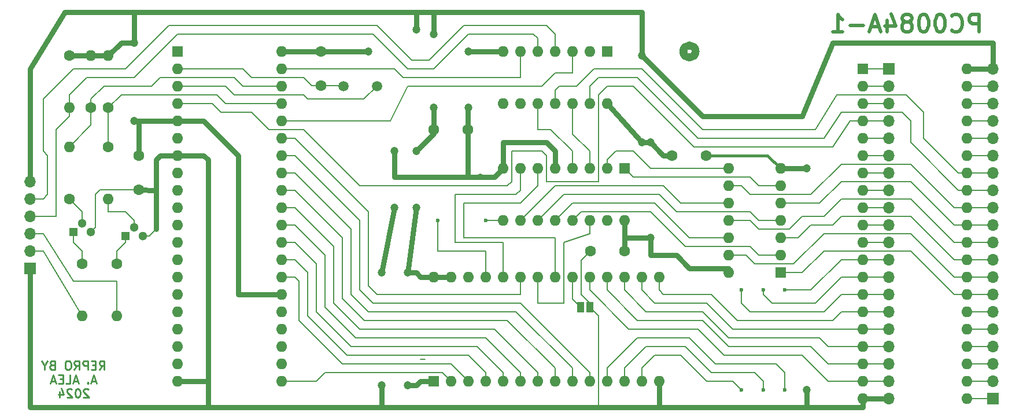
<source format=gbr>
%TF.GenerationSoftware,KiCad,Pcbnew,8.0.5+1*%
%TF.CreationDate,2024-10-09T15:07:38+02:00*%
%TF.ProjectId,QL_PC0084A_keyboard_adapter,514c5f50-4330-4303-9834-415f6b657962,0*%
%TF.SameCoordinates,Original*%
%TF.FileFunction,Copper,L2,Bot*%
%TF.FilePolarity,Positive*%
%FSLAX46Y46*%
G04 Gerber Fmt 4.6, Leading zero omitted, Abs format (unit mm)*
G04 Created by KiCad (PCBNEW 8.0.5+1) date 2024-10-09 15:07:38*
%MOMM*%
%LPD*%
G01*
G04 APERTURE LIST*
%TA.AperFunction,NonConductor*%
%ADD10C,1.200000*%
%TD*%
%ADD11C,0.250000*%
%TA.AperFunction,NonConductor*%
%ADD12C,0.250000*%
%TD*%
%ADD13C,0.508000*%
%TA.AperFunction,NonConductor*%
%ADD14C,0.508000*%
%TD*%
%TA.AperFunction,ComponentPad*%
%ADD15R,1.600000X1.600000*%
%TD*%
%TA.AperFunction,ComponentPad*%
%ADD16O,1.600000X1.600000*%
%TD*%
%TA.AperFunction,ComponentPad*%
%ADD17R,1.300000X1.300000*%
%TD*%
%TA.AperFunction,ComponentPad*%
%ADD18C,1.300000*%
%TD*%
%TA.AperFunction,ComponentPad*%
%ADD19C,1.600000*%
%TD*%
%TA.AperFunction,ComponentPad*%
%ADD20C,1.500000*%
%TD*%
%TA.AperFunction,ComponentPad*%
%ADD21R,1.700000X1.700000*%
%TD*%
%TA.AperFunction,ComponentPad*%
%ADD22O,1.700000X1.700000*%
%TD*%
%TA.AperFunction,SMDPad,CuDef*%
%ADD23R,1.000000X1.500000*%
%TD*%
%TA.AperFunction,ViaPad*%
%ADD24C,1.200000*%
%TD*%
%TA.AperFunction,ViaPad*%
%ADD25C,0.600000*%
%TD*%
%TA.AperFunction,Conductor*%
%ADD26C,0.200000*%
%TD*%
%TA.AperFunction,Conductor*%
%ADD27C,0.800000*%
%TD*%
%TA.AperFunction,Conductor*%
%ADD28C,0.400000*%
%TD*%
%ADD29C,0.350000*%
%ADD30C,0.300000*%
G04 APERTURE END LIST*
D10*
X191398026Y-78740000D02*
G75*
G02*
X189601974Y-78740000I-898026J0D01*
G01*
X189601974Y-78740000D02*
G75*
G02*
X191398026Y-78740000I898026J0D01*
G01*
D11*
D12*
X104109761Y-125282318D02*
X104533095Y-124677556D01*
X104835476Y-125282318D02*
X104835476Y-124012318D01*
X104835476Y-124012318D02*
X104351666Y-124012318D01*
X104351666Y-124012318D02*
X104230714Y-124072794D01*
X104230714Y-124072794D02*
X104170237Y-124133270D01*
X104170237Y-124133270D02*
X104109761Y-124254222D01*
X104109761Y-124254222D02*
X104109761Y-124435651D01*
X104109761Y-124435651D02*
X104170237Y-124556603D01*
X104170237Y-124556603D02*
X104230714Y-124617080D01*
X104230714Y-124617080D02*
X104351666Y-124677556D01*
X104351666Y-124677556D02*
X104835476Y-124677556D01*
X103565476Y-124617080D02*
X103142142Y-124617080D01*
X102960714Y-125282318D02*
X103565476Y-125282318D01*
X103565476Y-125282318D02*
X103565476Y-124012318D01*
X103565476Y-124012318D02*
X102960714Y-124012318D01*
X102416428Y-125282318D02*
X102416428Y-124012318D01*
X102416428Y-124012318D02*
X101932618Y-124012318D01*
X101932618Y-124012318D02*
X101811666Y-124072794D01*
X101811666Y-124072794D02*
X101751189Y-124133270D01*
X101751189Y-124133270D02*
X101690713Y-124254222D01*
X101690713Y-124254222D02*
X101690713Y-124435651D01*
X101690713Y-124435651D02*
X101751189Y-124556603D01*
X101751189Y-124556603D02*
X101811666Y-124617080D01*
X101811666Y-124617080D02*
X101932618Y-124677556D01*
X101932618Y-124677556D02*
X102416428Y-124677556D01*
X100420713Y-125282318D02*
X100844047Y-124677556D01*
X101146428Y-125282318D02*
X101146428Y-124012318D01*
X101146428Y-124012318D02*
X100662618Y-124012318D01*
X100662618Y-124012318D02*
X100541666Y-124072794D01*
X100541666Y-124072794D02*
X100481189Y-124133270D01*
X100481189Y-124133270D02*
X100420713Y-124254222D01*
X100420713Y-124254222D02*
X100420713Y-124435651D01*
X100420713Y-124435651D02*
X100481189Y-124556603D01*
X100481189Y-124556603D02*
X100541666Y-124617080D01*
X100541666Y-124617080D02*
X100662618Y-124677556D01*
X100662618Y-124677556D02*
X101146428Y-124677556D01*
X99634523Y-124012318D02*
X99392618Y-124012318D01*
X99392618Y-124012318D02*
X99271666Y-124072794D01*
X99271666Y-124072794D02*
X99150713Y-124193746D01*
X99150713Y-124193746D02*
X99090237Y-124435651D01*
X99090237Y-124435651D02*
X99090237Y-124858984D01*
X99090237Y-124858984D02*
X99150713Y-125100889D01*
X99150713Y-125100889D02*
X99271666Y-125221842D01*
X99271666Y-125221842D02*
X99392618Y-125282318D01*
X99392618Y-125282318D02*
X99634523Y-125282318D01*
X99634523Y-125282318D02*
X99755475Y-125221842D01*
X99755475Y-125221842D02*
X99876428Y-125100889D01*
X99876428Y-125100889D02*
X99936904Y-124858984D01*
X99936904Y-124858984D02*
X99936904Y-124435651D01*
X99936904Y-124435651D02*
X99876428Y-124193746D01*
X99876428Y-124193746D02*
X99755475Y-124072794D01*
X99755475Y-124072794D02*
X99634523Y-124012318D01*
X97154999Y-124617080D02*
X96973571Y-124677556D01*
X96973571Y-124677556D02*
X96913094Y-124738032D01*
X96913094Y-124738032D02*
X96852618Y-124858984D01*
X96852618Y-124858984D02*
X96852618Y-125040413D01*
X96852618Y-125040413D02*
X96913094Y-125161365D01*
X96913094Y-125161365D02*
X96973571Y-125221842D01*
X96973571Y-125221842D02*
X97094523Y-125282318D01*
X97094523Y-125282318D02*
X97578333Y-125282318D01*
X97578333Y-125282318D02*
X97578333Y-124012318D01*
X97578333Y-124012318D02*
X97154999Y-124012318D01*
X97154999Y-124012318D02*
X97034047Y-124072794D01*
X97034047Y-124072794D02*
X96973571Y-124133270D01*
X96973571Y-124133270D02*
X96913094Y-124254222D01*
X96913094Y-124254222D02*
X96913094Y-124375175D01*
X96913094Y-124375175D02*
X96973571Y-124496127D01*
X96973571Y-124496127D02*
X97034047Y-124556603D01*
X97034047Y-124556603D02*
X97154999Y-124617080D01*
X97154999Y-124617080D02*
X97578333Y-124617080D01*
X96066428Y-124677556D02*
X96066428Y-125282318D01*
X96489761Y-124012318D02*
X96066428Y-124677556D01*
X96066428Y-124677556D02*
X95643094Y-124012318D01*
X103595713Y-126964090D02*
X102990951Y-126964090D01*
X103716665Y-127326947D02*
X103293332Y-126056947D01*
X103293332Y-126056947D02*
X102869998Y-127326947D01*
X102446666Y-127205994D02*
X102386189Y-127266471D01*
X102386189Y-127266471D02*
X102446666Y-127326947D01*
X102446666Y-127326947D02*
X102507142Y-127266471D01*
X102507142Y-127266471D02*
X102446666Y-127205994D01*
X102446666Y-127205994D02*
X102446666Y-127326947D01*
X100934761Y-126964090D02*
X100329999Y-126964090D01*
X101055713Y-127326947D02*
X100632380Y-126056947D01*
X100632380Y-126056947D02*
X100209046Y-127326947D01*
X99180952Y-127326947D02*
X99785714Y-127326947D01*
X99785714Y-127326947D02*
X99785714Y-126056947D01*
X98757619Y-126661709D02*
X98334285Y-126661709D01*
X98152857Y-127326947D02*
X98757619Y-127326947D01*
X98757619Y-127326947D02*
X98757619Y-126056947D01*
X98757619Y-126056947D02*
X98152857Y-126056947D01*
X97669047Y-126964090D02*
X97064285Y-126964090D01*
X97789999Y-127326947D02*
X97366666Y-126056947D01*
X97366666Y-126056947D02*
X96943332Y-127326947D01*
X102507143Y-128222528D02*
X102446667Y-128162052D01*
X102446667Y-128162052D02*
X102325714Y-128101576D01*
X102325714Y-128101576D02*
X102023333Y-128101576D01*
X102023333Y-128101576D02*
X101902381Y-128162052D01*
X101902381Y-128162052D02*
X101841905Y-128222528D01*
X101841905Y-128222528D02*
X101781428Y-128343480D01*
X101781428Y-128343480D02*
X101781428Y-128464433D01*
X101781428Y-128464433D02*
X101841905Y-128645861D01*
X101841905Y-128645861D02*
X102567619Y-129371576D01*
X102567619Y-129371576D02*
X101781428Y-129371576D01*
X100995238Y-128101576D02*
X100874285Y-128101576D01*
X100874285Y-128101576D02*
X100753333Y-128162052D01*
X100753333Y-128162052D02*
X100692857Y-128222528D01*
X100692857Y-128222528D02*
X100632381Y-128343480D01*
X100632381Y-128343480D02*
X100571904Y-128585385D01*
X100571904Y-128585385D02*
X100571904Y-128887766D01*
X100571904Y-128887766D02*
X100632381Y-129129671D01*
X100632381Y-129129671D02*
X100692857Y-129250623D01*
X100692857Y-129250623D02*
X100753333Y-129311100D01*
X100753333Y-129311100D02*
X100874285Y-129371576D01*
X100874285Y-129371576D02*
X100995238Y-129371576D01*
X100995238Y-129371576D02*
X101116190Y-129311100D01*
X101116190Y-129311100D02*
X101176666Y-129250623D01*
X101176666Y-129250623D02*
X101237143Y-129129671D01*
X101237143Y-129129671D02*
X101297619Y-128887766D01*
X101297619Y-128887766D02*
X101297619Y-128585385D01*
X101297619Y-128585385D02*
X101237143Y-128343480D01*
X101237143Y-128343480D02*
X101176666Y-128222528D01*
X101176666Y-128222528D02*
X101116190Y-128162052D01*
X101116190Y-128162052D02*
X100995238Y-128101576D01*
X100088095Y-128222528D02*
X100027619Y-128162052D01*
X100027619Y-128162052D02*
X99906666Y-128101576D01*
X99906666Y-128101576D02*
X99604285Y-128101576D01*
X99604285Y-128101576D02*
X99483333Y-128162052D01*
X99483333Y-128162052D02*
X99422857Y-128222528D01*
X99422857Y-128222528D02*
X99362380Y-128343480D01*
X99362380Y-128343480D02*
X99362380Y-128464433D01*
X99362380Y-128464433D02*
X99422857Y-128645861D01*
X99422857Y-128645861D02*
X100148571Y-129371576D01*
X100148571Y-129371576D02*
X99362380Y-129371576D01*
X98273809Y-128524909D02*
X98273809Y-129371576D01*
X98576190Y-128041100D02*
X98878571Y-128948242D01*
X98878571Y-128948242D02*
X98092380Y-128948242D01*
D13*
D14*
X232893810Y-75862736D02*
X232893810Y-73322736D01*
X232893810Y-73322736D02*
X231926191Y-73322736D01*
X231926191Y-73322736D02*
X231684286Y-73443688D01*
X231684286Y-73443688D02*
X231563333Y-73564641D01*
X231563333Y-73564641D02*
X231442381Y-73806545D01*
X231442381Y-73806545D02*
X231442381Y-74169403D01*
X231442381Y-74169403D02*
X231563333Y-74411307D01*
X231563333Y-74411307D02*
X231684286Y-74532260D01*
X231684286Y-74532260D02*
X231926191Y-74653212D01*
X231926191Y-74653212D02*
X232893810Y-74653212D01*
X228902381Y-75620831D02*
X229023333Y-75741784D01*
X229023333Y-75741784D02*
X229386191Y-75862736D01*
X229386191Y-75862736D02*
X229628095Y-75862736D01*
X229628095Y-75862736D02*
X229990952Y-75741784D01*
X229990952Y-75741784D02*
X230232857Y-75499879D01*
X230232857Y-75499879D02*
X230353810Y-75257974D01*
X230353810Y-75257974D02*
X230474762Y-74774164D01*
X230474762Y-74774164D02*
X230474762Y-74411307D01*
X230474762Y-74411307D02*
X230353810Y-73927498D01*
X230353810Y-73927498D02*
X230232857Y-73685593D01*
X230232857Y-73685593D02*
X229990952Y-73443688D01*
X229990952Y-73443688D02*
X229628095Y-73322736D01*
X229628095Y-73322736D02*
X229386191Y-73322736D01*
X229386191Y-73322736D02*
X229023333Y-73443688D01*
X229023333Y-73443688D02*
X228902381Y-73564641D01*
X227330000Y-73322736D02*
X227088095Y-73322736D01*
X227088095Y-73322736D02*
X226846191Y-73443688D01*
X226846191Y-73443688D02*
X226725238Y-73564641D01*
X226725238Y-73564641D02*
X226604286Y-73806545D01*
X226604286Y-73806545D02*
X226483333Y-74290355D01*
X226483333Y-74290355D02*
X226483333Y-74895117D01*
X226483333Y-74895117D02*
X226604286Y-75378926D01*
X226604286Y-75378926D02*
X226725238Y-75620831D01*
X226725238Y-75620831D02*
X226846191Y-75741784D01*
X226846191Y-75741784D02*
X227088095Y-75862736D01*
X227088095Y-75862736D02*
X227330000Y-75862736D01*
X227330000Y-75862736D02*
X227571905Y-75741784D01*
X227571905Y-75741784D02*
X227692857Y-75620831D01*
X227692857Y-75620831D02*
X227813810Y-75378926D01*
X227813810Y-75378926D02*
X227934762Y-74895117D01*
X227934762Y-74895117D02*
X227934762Y-74290355D01*
X227934762Y-74290355D02*
X227813810Y-73806545D01*
X227813810Y-73806545D02*
X227692857Y-73564641D01*
X227692857Y-73564641D02*
X227571905Y-73443688D01*
X227571905Y-73443688D02*
X227330000Y-73322736D01*
X224910952Y-73322736D02*
X224669047Y-73322736D01*
X224669047Y-73322736D02*
X224427143Y-73443688D01*
X224427143Y-73443688D02*
X224306190Y-73564641D01*
X224306190Y-73564641D02*
X224185238Y-73806545D01*
X224185238Y-73806545D02*
X224064285Y-74290355D01*
X224064285Y-74290355D02*
X224064285Y-74895117D01*
X224064285Y-74895117D02*
X224185238Y-75378926D01*
X224185238Y-75378926D02*
X224306190Y-75620831D01*
X224306190Y-75620831D02*
X224427143Y-75741784D01*
X224427143Y-75741784D02*
X224669047Y-75862736D01*
X224669047Y-75862736D02*
X224910952Y-75862736D01*
X224910952Y-75862736D02*
X225152857Y-75741784D01*
X225152857Y-75741784D02*
X225273809Y-75620831D01*
X225273809Y-75620831D02*
X225394762Y-75378926D01*
X225394762Y-75378926D02*
X225515714Y-74895117D01*
X225515714Y-74895117D02*
X225515714Y-74290355D01*
X225515714Y-74290355D02*
X225394762Y-73806545D01*
X225394762Y-73806545D02*
X225273809Y-73564641D01*
X225273809Y-73564641D02*
X225152857Y-73443688D01*
X225152857Y-73443688D02*
X224910952Y-73322736D01*
X222612856Y-74411307D02*
X222854761Y-74290355D01*
X222854761Y-74290355D02*
X222975714Y-74169403D01*
X222975714Y-74169403D02*
X223096666Y-73927498D01*
X223096666Y-73927498D02*
X223096666Y-73806545D01*
X223096666Y-73806545D02*
X222975714Y-73564641D01*
X222975714Y-73564641D02*
X222854761Y-73443688D01*
X222854761Y-73443688D02*
X222612856Y-73322736D01*
X222612856Y-73322736D02*
X222129047Y-73322736D01*
X222129047Y-73322736D02*
X221887142Y-73443688D01*
X221887142Y-73443688D02*
X221766190Y-73564641D01*
X221766190Y-73564641D02*
X221645237Y-73806545D01*
X221645237Y-73806545D02*
X221645237Y-73927498D01*
X221645237Y-73927498D02*
X221766190Y-74169403D01*
X221766190Y-74169403D02*
X221887142Y-74290355D01*
X221887142Y-74290355D02*
X222129047Y-74411307D01*
X222129047Y-74411307D02*
X222612856Y-74411307D01*
X222612856Y-74411307D02*
X222854761Y-74532260D01*
X222854761Y-74532260D02*
X222975714Y-74653212D01*
X222975714Y-74653212D02*
X223096666Y-74895117D01*
X223096666Y-74895117D02*
X223096666Y-75378926D01*
X223096666Y-75378926D02*
X222975714Y-75620831D01*
X222975714Y-75620831D02*
X222854761Y-75741784D01*
X222854761Y-75741784D02*
X222612856Y-75862736D01*
X222612856Y-75862736D02*
X222129047Y-75862736D01*
X222129047Y-75862736D02*
X221887142Y-75741784D01*
X221887142Y-75741784D02*
X221766190Y-75620831D01*
X221766190Y-75620831D02*
X221645237Y-75378926D01*
X221645237Y-75378926D02*
X221645237Y-74895117D01*
X221645237Y-74895117D02*
X221766190Y-74653212D01*
X221766190Y-74653212D02*
X221887142Y-74532260D01*
X221887142Y-74532260D02*
X222129047Y-74411307D01*
X219468094Y-74169403D02*
X219468094Y-75862736D01*
X220072856Y-73201784D02*
X220677618Y-75016069D01*
X220677618Y-75016069D02*
X219105237Y-75016069D01*
X218258570Y-75137022D02*
X217049046Y-75137022D01*
X218500475Y-75862736D02*
X217653808Y-73322736D01*
X217653808Y-73322736D02*
X216807141Y-75862736D01*
X215960475Y-74895117D02*
X214025237Y-74895117D01*
X211485236Y-75862736D02*
X212936665Y-75862736D01*
X212210951Y-75862736D02*
X212210951Y-73322736D01*
X212210951Y-73322736D02*
X212452855Y-73685593D01*
X212452855Y-73685593D02*
X212694760Y-73927498D01*
X212694760Y-73927498D02*
X212936665Y-74048450D01*
D15*
%TO.P,U2,1,T0*%
%TO.N,unconnected-(U2-T0-Pad1)*%
X115570000Y-78740000D03*
D16*
%TO.P,U2,2,X1*%
%TO.N,Net-(U2-X1)*%
X115570000Y-81280000D03*
%TO.P,U2,3,X2*%
%TO.N,Net-(U2-X2)*%
X115570000Y-83820000D03*
%TO.P,U2,4,~{RESET}*%
%TO.N,/RESET*%
X115570000Y-86360000D03*
%TO.P,U2,5,~{SS}*%
%TO.N,+5V*%
X115570000Y-88900000D03*
%TO.P,U2,6,~{INT}*%
%TO.N,unconnected-(U2-~{INT}-Pad6)*%
X115570000Y-91440000D03*
%TO.P,U2,7,EA*%
%TO.N,GND*%
X115570000Y-93980000D03*
%TO.P,U2,8,~{RD}*%
%TO.N,unconnected-(U2-~{RD}-Pad8)*%
X115570000Y-96520000D03*
%TO.P,U2,9,~{PSEN}*%
%TO.N,unconnected-(U2-~{PSEN}-Pad9)*%
X115570000Y-99060000D03*
%TO.P,U2,10,~{WR}*%
%TO.N,unconnected-(U2-~{WR}-Pad10)*%
X115570000Y-101600000D03*
%TO.P,U2,11,ALE*%
%TO.N,unconnected-(U2-ALE-Pad11)*%
X115570000Y-104140000D03*
%TO.P,U2,12,DB.0*%
%TO.N,unconnected-(U2-DB.0-Pad12)*%
X115570000Y-106680000D03*
%TO.P,U2,13,DB.1*%
%TO.N,unconnected-(U2-DB.1-Pad13)*%
X115570000Y-109220000D03*
%TO.P,U2,14,DB.2*%
%TO.N,unconnected-(U2-DB.2-Pad14)*%
X115570000Y-111760000D03*
%TO.P,U2,15,DB.3*%
%TO.N,unconnected-(U2-DB.3-Pad15)*%
X115570000Y-114300000D03*
%TO.P,U2,16,DB.4*%
%TO.N,unconnected-(U2-DB.4-Pad16)*%
X115570000Y-116840000D03*
%TO.P,U2,17,DB.5*%
%TO.N,unconnected-(U2-DB.5-Pad17)*%
X115570000Y-119380000D03*
%TO.P,U2,18,DB.6*%
%TO.N,unconnected-(U2-DB.6-Pad18)*%
X115570000Y-121920000D03*
%TO.P,U2,19,DB.7*%
%TO.N,unconnected-(U2-DB.7-Pad19)*%
X115570000Y-124460000D03*
%TO.P,U2,20,GND*%
%TO.N,GND*%
X115570000Y-127000000D03*
%TO.P,U2,21,P2.0*%
%TO.N,/R_A12*%
X130810000Y-127000000D03*
%TO.P,U2,22,P2.1*%
%TO.N,/ROM_CE*%
X130810000Y-124460000D03*
%TO.P,U2,23,P2.2*%
%TO.N,unconnected-(U2-P2.2-Pad23)*%
X130810000Y-121920000D03*
%TO.P,U2,24,P2.3*%
%TO.N,unconnected-(U2-P2.3-Pad24)*%
X130810000Y-119380000D03*
%TO.P,U2,25,PROG*%
%TO.N,unconnected-(U2-PROG-Pad25)*%
X130810000Y-116840000D03*
%TO.P,U2,26,Vpp/VDD*%
%TO.N,+5V*%
X130810000Y-114300000D03*
%TO.P,U2,27,P1.0*%
%TO.N,/R_A7*%
X130810000Y-111760000D03*
%TO.P,U2,28,P1.1*%
%TO.N,/R_A6*%
X130810000Y-109220000D03*
%TO.P,U2,29,P1.2*%
%TO.N,/R_A5*%
X130810000Y-106680000D03*
%TO.P,U2,30,P1.3*%
%TO.N,/R_A4*%
X130810000Y-104140000D03*
%TO.P,U2,31,P1.4*%
%TO.N,/R_A3*%
X130810000Y-101600000D03*
%TO.P,U2,32,P1.5*%
%TO.N,/R_A2*%
X130810000Y-99060000D03*
%TO.P,U2,33,P1.6*%
%TO.N,/R_A1*%
X130810000Y-96520000D03*
%TO.P,U2,34,P1.7*%
%TO.N,/R_A0*%
X130810000Y-93980000D03*
%TO.P,U2,35,P2.4*%
%TO.N,/R_A11*%
X130810000Y-91440000D03*
%TO.P,U2,36,P2.5*%
%TO.N,Net-(U2-P2.5)*%
X130810000Y-88900000D03*
%TO.P,U2,37,P2.6*%
%TO.N,Net-(U2-P2.6)*%
X130810000Y-86360000D03*
%TO.P,U2,38,P2.7*%
%TO.N,Net-(U2-P2.7)*%
X130810000Y-83820000D03*
%TO.P,U2,39,T1*%
%TO.N,Net-(U2-T1)*%
X130810000Y-81280000D03*
%TO.P,U2,40,VCC*%
%TO.N,+5V*%
X130810000Y-78740000D03*
%TD*%
D15*
%TO.P,U8,1*%
%TO.N,unconnected-(U8-Pad1)*%
X178440000Y-78750000D03*
D16*
%TO.P,U8,2*%
%TO.N,unconnected-(U8-Pad2)*%
X175900000Y-78750000D03*
%TO.P,U8,3*%
%TO.N,Net-(U2-P2.5)*%
X173360000Y-78750000D03*
%TO.P,U8,4*%
%TO.N,Net-(J3-Pin_5)*%
X170820000Y-78750000D03*
%TO.P,U8,5*%
%TO.N,Net-(J3-Pin_4)*%
X168280000Y-78750000D03*
%TO.P,U8,6*%
%TO.N,Net-(U2-T1)*%
X165740000Y-78750000D03*
%TO.P,U8,7,GND*%
%TO.N,GND*%
X163200000Y-78750000D03*
%TO.P,U8,8*%
%TO.N,unconnected-(U8-Pad8)*%
X163200000Y-86370000D03*
%TO.P,U8,9*%
%TO.N,unconnected-(U8-Pad9)*%
X165740000Y-86370000D03*
%TO.P,U8,10*%
%TO.N,Net-(U6-I7)*%
X168280000Y-86370000D03*
%TO.P,U8,11*%
%TO.N,/KBO07*%
X170820000Y-86370000D03*
%TO.P,U8,12*%
%TO.N,Net-(U6-I6)*%
X173360000Y-86370000D03*
%TO.P,U8,13*%
%TO.N,/KBO06*%
X175900000Y-86370000D03*
%TO.P,U8,14,VCC*%
%TO.N,+5V*%
X178440000Y-86370000D03*
%TD*%
D15*
%TO.P,U1,1,T0*%
%TO.N,Net-(J1-Pin_1)*%
X215900000Y-81280000D03*
D16*
%TO.P,U1,2,X1*%
%TO.N,Net-(J1-Pin_2)*%
X215900000Y-83820000D03*
%TO.P,U1,3,X2*%
%TO.N,Net-(J1-Pin_3)*%
X215900000Y-86360000D03*
%TO.P,U1,4,~{RESET}*%
%TO.N,/RESET*%
X215900000Y-88900000D03*
%TO.P,U1,5,~{SS}*%
%TO.N,Net-(J1-Pin_5)*%
X215900000Y-91440000D03*
%TO.P,U1,6,~{INT}*%
%TO.N,Net-(J1-Pin_6)*%
X215900000Y-93980000D03*
%TO.P,U1,7,EA*%
%TO.N,Net-(J1-Pin_7)*%
X215900000Y-96520000D03*
%TO.P,U1,8,~{RD}*%
%TO.N,Net-(J1-Pin_8)*%
X215900000Y-99060000D03*
%TO.P,U1,9,~{PSEN}*%
%TO.N,Net-(J1-Pin_9)*%
X215900000Y-101600000D03*
%TO.P,U1,10,~{WR}*%
%TO.N,Net-(J1-Pin_10)*%
X215900000Y-104140000D03*
%TO.P,U1,11,ALE*%
%TO.N,Net-(J1-Pin_11)*%
X215900000Y-106680000D03*
%TO.P,U1,12,DB.0*%
%TO.N,/KBI00*%
X215900000Y-109220000D03*
%TO.P,U1,13,DB.1*%
%TO.N,/KBI01*%
X215900000Y-111760000D03*
%TO.P,U1,14,DB.2*%
%TO.N,/KBI02*%
X215900000Y-114300000D03*
%TO.P,U1,15,DB.3*%
%TO.N,/KBI03*%
X215900000Y-116840000D03*
%TO.P,U1,16,DB.4*%
%TO.N,/KBI04*%
X215900000Y-119380000D03*
%TO.P,U1,17,DB.5*%
%TO.N,/KBI05*%
X215900000Y-121920000D03*
%TO.P,U1,18,DB.6*%
%TO.N,/KBI06*%
X215900000Y-124460000D03*
%TO.P,U1,19,DB.7*%
%TO.N,/KBI07*%
X215900000Y-127000000D03*
%TO.P,U1,20,GND*%
%TO.N,GND*%
X215900000Y-129540000D03*
%TO.P,U1,21,P2.0*%
%TO.N,Net-(J2-Pin_1)*%
X231140000Y-129540000D03*
%TO.P,U1,22,P2.1*%
%TO.N,Net-(J2-Pin_2)*%
X231140000Y-127000000D03*
%TO.P,U1,23,P2.2*%
%TO.N,Net-(J2-Pin_3)*%
X231140000Y-124460000D03*
%TO.P,U1,24,P2.3*%
%TO.N,Net-(J2-Pin_4)*%
X231140000Y-121920000D03*
%TO.P,U1,25,PROG*%
%TO.N,Net-(J2-Pin_5)*%
X231140000Y-119380000D03*
%TO.P,U1,26,Vpp/VDD*%
%TO.N,Net-(J2-Pin_6)*%
X231140000Y-116840000D03*
%TO.P,U1,27,P1.0*%
%TO.N,/KBO00*%
X231140000Y-114300000D03*
%TO.P,U1,28,P1.1*%
%TO.N,/KBO01*%
X231140000Y-111760000D03*
%TO.P,U1,29,P1.2*%
%TO.N,/KBO02*%
X231140000Y-109220000D03*
%TO.P,U1,30,P1.3*%
%TO.N,/KBO03*%
X231140000Y-106680000D03*
%TO.P,U1,31,P1.4*%
%TO.N,/KBO04*%
X231140000Y-104140000D03*
%TO.P,U1,32,P1.5*%
%TO.N,/KBO05*%
X231140000Y-101600000D03*
%TO.P,U1,33,P1.6*%
%TO.N,/KBO06*%
X231140000Y-99060000D03*
%TO.P,U1,34,P1.7*%
%TO.N,/KBO07*%
X231140000Y-96520000D03*
%TO.P,U1,35,P2.4*%
%TO.N,Net-(J2-Pin_15)*%
X231140000Y-93980000D03*
%TO.P,U1,36,P2.5*%
%TO.N,Net-(J2-Pin_16)*%
X231140000Y-91440000D03*
%TO.P,U1,37,P2.6*%
%TO.N,Net-(J2-Pin_17)*%
X231140000Y-88900000D03*
%TO.P,U1,38,P2.7*%
%TO.N,Net-(J2-Pin_18)*%
X231140000Y-86360000D03*
%TO.P,U1,39,T1*%
%TO.N,Net-(J2-Pin_19)*%
X231140000Y-83820000D03*
%TO.P,U1,40,VCC*%
%TO.N,+5V*%
X231140000Y-81280000D03*
%TD*%
D17*
%TO.P,Q2,1,B*%
%TO.N,Net-(Q2-B)*%
X107950000Y-105770000D03*
D18*
%TO.P,Q2,2,C*%
%TO.N,Net-(Q2-C)*%
X109220000Y-104500000D03*
%TO.P,Q2,3,E*%
%TO.N,GND*%
X110490000Y-105770000D03*
%TD*%
D19*
%TO.P,R5,1*%
%TO.N,Net-(U2-P2.6)*%
X105410000Y-86995000D03*
D16*
%TO.P,R5,2*%
%TO.N,+5V*%
X105410000Y-79375000D03*
%TD*%
D19*
%TO.P,C2,1*%
%TO.N,Net-(U2-X1)*%
X136525000Y-83780000D03*
%TO.P,C2,2*%
%TO.N,+5V*%
X136525000Y-78780000D03*
%TD*%
D17*
%TO.P,Q1,1,B*%
%TO.N,Net-(Q1-B)*%
X100330000Y-105135000D03*
D18*
%TO.P,Q1,2,C*%
%TO.N,Net-(Q1-C)*%
X101600000Y-103865000D03*
%TO.P,Q1,3,E*%
%TO.N,GND*%
X102870000Y-105135000D03*
%TD*%
D15*
%TO.P,U6,1,I4*%
%TO.N,Net-(U6-I4)*%
X180975000Y-95885000D03*
D16*
%TO.P,U6,2,I5*%
%TO.N,Net-(U6-I5)*%
X178435000Y-95885000D03*
%TO.P,U6,3,I6*%
%TO.N,Net-(U6-I6)*%
X175895000Y-95885000D03*
%TO.P,U6,4,I7*%
%TO.N,Net-(U6-I7)*%
X173355000Y-95885000D03*
%TO.P,U6,5,EI*%
%TO.N,GND*%
X170815000Y-95885000D03*
%TO.P,U6,6,S2*%
%TO.N,/R_A10*%
X168275000Y-95885000D03*
%TO.P,U6,7,S1*%
%TO.N,/R_A9*%
X165735000Y-95885000D03*
%TO.P,U6,8,GND*%
%TO.N,GND*%
X163195000Y-95885000D03*
%TO.P,U6,9,S0*%
%TO.N,/R_A8*%
X163195000Y-103505000D03*
%TO.P,U6,10,IO*%
%TO.N,Net-(U6-IO)*%
X165735000Y-103505000D03*
%TO.P,U6,11,I1*%
%TO.N,Net-(U6-I1)*%
X168275000Y-103505000D03*
%TO.P,U6,12,I2*%
%TO.N,Net-(U6-I2)*%
X170815000Y-103505000D03*
%TO.P,U6,13,I3*%
%TO.N,Net-(U6-I3)*%
X173355000Y-103505000D03*
%TO.P,U6,14,GS*%
%TO.N,/ROM_OE*%
X175895000Y-103505000D03*
%TO.P,U6,15,EO*%
%TO.N,unconnected-(U6-EO-Pad15)*%
X178435000Y-103505000D03*
%TO.P,U6,16,VCC*%
%TO.N,+5V*%
X180975000Y-103505000D03*
%TD*%
D19*
%TO.P,C5,1*%
%TO.N,GND*%
X109855000Y-98980000D03*
%TO.P,C5,2*%
%TO.N,+5V*%
X109855000Y-93980000D03*
%TD*%
%TO.P,C4,1*%
%TO.N,+5V*%
X153075000Y-90170000D03*
%TO.P,C4,2*%
%TO.N,GND*%
X158075000Y-90170000D03*
%TD*%
%TO.P,C1,1*%
%TO.N,+5V*%
X187960000Y-93980000D03*
%TO.P,C1,2*%
%TO.N,GND*%
X192960000Y-93980000D03*
%TD*%
%TO.P,R7,1*%
%TO.N,Net-(U2-P2.6)*%
X105410000Y-92710000D03*
D16*
%TO.P,R7,2*%
%TO.N,Net-(Q2-C)*%
X105410000Y-100330000D03*
%TD*%
D19*
%TO.P,C3,1*%
%TO.N,+5V*%
X180975000Y-107950000D03*
%TO.P,C3,2*%
%TO.N,GND*%
X175975000Y-107950000D03*
%TD*%
D20*
%TO.P,Y1,1,1*%
%TO.N,Net-(U2-X1)*%
X139880000Y-83790000D03*
%TO.P,Y1,2,2*%
%TO.N,Net-(U2-X2)*%
X144780000Y-83790000D03*
%TD*%
D19*
%TO.P,R4,1*%
%TO.N,Net-(U2-P2.7)*%
X102870000Y-86995000D03*
D16*
%TO.P,R4,2*%
%TO.N,+5V*%
X102870000Y-79375000D03*
%TD*%
D19*
%TO.P,R1,1*%
%TO.N,Net-(Q2-B)*%
X106680000Y-109855000D03*
D16*
%TO.P,R1,2*%
%TO.N,Net-(J3-Pin_3)*%
X106680000Y-117475000D03*
%TD*%
D19*
%TO.P,R2,1*%
%TO.N,Net-(Q1-B)*%
X101600000Y-109855000D03*
D16*
%TO.P,R2,2*%
%TO.N,Net-(J3-Pin_2)*%
X101600000Y-117475000D03*
%TD*%
D19*
%TO.P,R6,1*%
%TO.N,Net-(Q1-C)*%
X99695000Y-100330000D03*
D16*
%TO.P,R6,2*%
%TO.N,Net-(U2-P2.7)*%
X99695000Y-92710000D03*
%TD*%
D15*
%TO.P,U7,1*%
%TO.N,/KBO00*%
X203825000Y-111125000D03*
D16*
%TO.P,U7,2*%
%TO.N,Net-(U6-I3)*%
X203825000Y-108585000D03*
%TO.P,U7,3*%
%TO.N,/KBO02*%
X203825000Y-106045000D03*
%TO.P,U7,4*%
%TO.N,Net-(U6-I1)*%
X203825000Y-103505000D03*
%TO.P,U7,5*%
%TO.N,/KBO04*%
X203825000Y-100965000D03*
%TO.P,U7,6*%
%TO.N,Net-(U6-I4)*%
X203825000Y-98425000D03*
%TO.P,U7,7,GND*%
%TO.N,GND*%
X203825000Y-95885000D03*
%TO.P,U7,8*%
%TO.N,Net-(U6-I5)*%
X196205000Y-95885000D03*
%TO.P,U7,9*%
%TO.N,/KBO05*%
X196205000Y-98425000D03*
%TO.P,U7,10*%
%TO.N,Net-(U6-IO)*%
X196205000Y-100965000D03*
%TO.P,U7,11*%
%TO.N,/KBO03*%
X196205000Y-103505000D03*
%TO.P,U7,12*%
%TO.N,Net-(U6-I2)*%
X196205000Y-106045000D03*
%TO.P,U7,13*%
%TO.N,/KBO01*%
X196205000Y-108585000D03*
%TO.P,U7,14,VCC*%
%TO.N,+5V*%
X196205000Y-111125000D03*
%TD*%
D19*
%TO.P,R3,1*%
%TO.N,+5V*%
X99695000Y-79375000D03*
D16*
%TO.P,R3,2*%
%TO.N,Net-(J3-Pin_4)*%
X99695000Y-86995000D03*
%TD*%
D15*
%TO.P,U3,1,VPP*%
%TO.N,+5V*%
X153035000Y-127000000D03*
D16*
%TO.P,U3,2,A12*%
%TO.N,/R_A12*%
X155575000Y-127000000D03*
%TO.P,U3,3,A7*%
%TO.N,/R_A7*%
X158115000Y-127000000D03*
%TO.P,U3,4,A6*%
%TO.N,/R_A6*%
X160655000Y-127000000D03*
%TO.P,U3,5,A5*%
%TO.N,/R_A5*%
X163195000Y-127000000D03*
%TO.P,U3,6,A4*%
%TO.N,/R_A4*%
X165735000Y-127000000D03*
%TO.P,U3,7,A3*%
%TO.N,/R_A3*%
X168275000Y-127000000D03*
%TO.P,U3,8,A2*%
%TO.N,/R_A2*%
X170815000Y-127000000D03*
%TO.P,U3,9,A1*%
%TO.N,/R_A1*%
X173355000Y-127000000D03*
%TO.P,U3,10,A0*%
%TO.N,/R_A0*%
X175895000Y-127000000D03*
%TO.P,U3,11,D0*%
%TO.N,/KBI00*%
X178435000Y-127000000D03*
%TO.P,U3,12,D1*%
%TO.N,/KBI01*%
X180975000Y-127000000D03*
%TO.P,U3,13,D2*%
%TO.N,/KBI02*%
X183515000Y-127000000D03*
%TO.P,U3,14,GND*%
%TO.N,GND*%
X186055000Y-127000000D03*
%TO.P,U3,15,D3*%
%TO.N,/KBI03*%
X186055000Y-111760000D03*
%TO.P,U3,16,D4*%
%TO.N,/KBI04*%
X183515000Y-111760000D03*
%TO.P,U3,17,D5*%
%TO.N,/KBI05*%
X180975000Y-111760000D03*
%TO.P,U3,18,D6*%
%TO.N,/KBI06*%
X178435000Y-111760000D03*
%TO.P,U3,19,D7*%
%TO.N,/KBI07*%
X175895000Y-111760000D03*
%TO.P,U3,20,~{CE}*%
%TO.N,Net-(JP1-A)*%
X173355000Y-111760000D03*
%TO.P,U3,21,A10*%
%TO.N,/R_A10*%
X170815000Y-111760000D03*
%TO.P,U3,22,~{OE}*%
%TO.N,/ROM_OE*%
X168275000Y-111760000D03*
%TO.P,U3,23,A11*%
%TO.N,/R_A11*%
X165735000Y-111760000D03*
%TO.P,U3,24,A9*%
%TO.N,/R_A9*%
X163195000Y-111760000D03*
%TO.P,U3,25,A8*%
%TO.N,/R_A8*%
X160655000Y-111760000D03*
%TO.P,U3,26,NC*%
%TO.N,unconnected-(U3-NC-Pad26)*%
X158115000Y-111760000D03*
%TO.P,U3,27,~{PGM}*%
%TO.N,+5V*%
X155575000Y-111760000D03*
%TO.P,U3,28,VCC*%
X153035000Y-111760000D03*
%TD*%
D21*
%TO.P,J3,1,Pin_1*%
%TO.N,GND*%
X93980000Y-110490000D03*
D22*
%TO.P,J3,2,Pin_2*%
%TO.N,Net-(J3-Pin_2)*%
X93980000Y-107950000D03*
%TO.P,J3,3,Pin_3*%
%TO.N,Net-(J3-Pin_3)*%
X93980000Y-105410000D03*
%TO.P,J3,4,Pin_4*%
%TO.N,Net-(J3-Pin_4)*%
X93980000Y-102870000D03*
%TO.P,J3,5,Pin_5*%
%TO.N,Net-(J3-Pin_5)*%
X93980000Y-100330000D03*
%TO.P,J3,6,Pin_6*%
%TO.N,+5V*%
X93980000Y-97790000D03*
%TD*%
D21*
%TO.P,J2,1,Pin_1*%
%TO.N,Net-(J2-Pin_1)*%
X234950000Y-129540000D03*
D22*
%TO.P,J2,2,Pin_2*%
%TO.N,Net-(J2-Pin_2)*%
X234950000Y-127000000D03*
%TO.P,J2,3,Pin_3*%
%TO.N,Net-(J2-Pin_3)*%
X234950000Y-124460000D03*
%TO.P,J2,4,Pin_4*%
%TO.N,Net-(J2-Pin_4)*%
X234950000Y-121920000D03*
%TO.P,J2,5,Pin_5*%
%TO.N,Net-(J2-Pin_5)*%
X234950000Y-119380000D03*
%TO.P,J2,6,Pin_6*%
%TO.N,Net-(J2-Pin_6)*%
X234950000Y-116840000D03*
%TO.P,J2,7,Pin_7*%
%TO.N,/KBO00*%
X234950000Y-114300000D03*
%TO.P,J2,8,Pin_8*%
%TO.N,/KBO01*%
X234950000Y-111760000D03*
%TO.P,J2,9,Pin_9*%
%TO.N,/KBO02*%
X234950000Y-109220000D03*
%TO.P,J2,10,Pin_10*%
%TO.N,/KBO03*%
X234950000Y-106680000D03*
%TO.P,J2,11,Pin_11*%
%TO.N,/KBO04*%
X234950000Y-104140000D03*
%TO.P,J2,12,Pin_12*%
%TO.N,/KBO05*%
X234950000Y-101600000D03*
%TO.P,J2,13,Pin_13*%
%TO.N,/KBO06*%
X234950000Y-99060000D03*
%TO.P,J2,14,Pin_14*%
%TO.N,/KBO07*%
X234950000Y-96520000D03*
%TO.P,J2,15,Pin_15*%
%TO.N,Net-(J2-Pin_15)*%
X234950000Y-93980000D03*
%TO.P,J2,16,Pin_16*%
%TO.N,Net-(J2-Pin_16)*%
X234950000Y-91440000D03*
%TO.P,J2,17,Pin_17*%
%TO.N,Net-(J2-Pin_17)*%
X234950000Y-88900000D03*
%TO.P,J2,18,Pin_18*%
%TO.N,Net-(J2-Pin_18)*%
X234950000Y-86360000D03*
%TO.P,J2,19,Pin_19*%
%TO.N,Net-(J2-Pin_19)*%
X234950000Y-83820000D03*
%TO.P,J2,20,Pin_20*%
%TO.N,+5V*%
X234950000Y-81280000D03*
%TD*%
D23*
%TO.P,JP2,2,B*%
%TO.N,Net-(JP1-A)*%
X174610000Y-116205000D03*
%TO.P,JP2,1,A*%
%TO.N,GND*%
X175910000Y-116205000D03*
%TD*%
D21*
%TO.P,J1,1,Pin_1*%
%TO.N,Net-(J1-Pin_1)*%
X219710000Y-81280000D03*
D22*
%TO.P,J1,2,Pin_2*%
%TO.N,Net-(J1-Pin_2)*%
X219710000Y-83820000D03*
%TO.P,J1,3,Pin_3*%
%TO.N,Net-(J1-Pin_3)*%
X219710000Y-86360000D03*
%TO.P,J1,4,Pin_4*%
%TO.N,/RESET*%
X219710000Y-88900000D03*
%TO.P,J1,5,Pin_5*%
%TO.N,Net-(J1-Pin_5)*%
X219710000Y-91440000D03*
%TO.P,J1,6,Pin_6*%
%TO.N,Net-(J1-Pin_6)*%
X219710000Y-93980000D03*
%TO.P,J1,7,Pin_7*%
%TO.N,Net-(J1-Pin_7)*%
X219710000Y-96520000D03*
%TO.P,J1,8,Pin_8*%
%TO.N,Net-(J1-Pin_8)*%
X219710000Y-99060000D03*
%TO.P,J1,9,Pin_9*%
%TO.N,Net-(J1-Pin_9)*%
X219710000Y-101600000D03*
%TO.P,J1,10,Pin_10*%
%TO.N,Net-(J1-Pin_10)*%
X219710000Y-104140000D03*
%TO.P,J1,11,Pin_11*%
%TO.N,Net-(J1-Pin_11)*%
X219710000Y-106680000D03*
%TO.P,J1,12,Pin_12*%
%TO.N,/KBI00*%
X219710000Y-109220000D03*
%TO.P,J1,13,Pin_13*%
%TO.N,/KBI01*%
X219710000Y-111760000D03*
%TO.P,J1,14,Pin_14*%
%TO.N,/KBI02*%
X219710000Y-114300000D03*
%TO.P,J1,15,Pin_15*%
%TO.N,/KBI03*%
X219710000Y-116840000D03*
%TO.P,J1,16,Pin_16*%
%TO.N,/KBI04*%
X219710000Y-119380000D03*
%TO.P,J1,17,Pin_17*%
%TO.N,/KBI05*%
X219710000Y-121920000D03*
%TO.P,J1,18,Pin_18*%
%TO.N,/KBI06*%
X219710000Y-124460000D03*
%TO.P,J1,19,Pin_19*%
%TO.N,/KBI07*%
X219710000Y-127000000D03*
%TO.P,J1,20,Pin_20*%
%TO.N,GND*%
X219710000Y-129540000D03*
%TD*%
D24*
%TO.N,GND*%
X145415000Y-111125000D03*
X145415000Y-127635000D03*
X207645000Y-128270000D03*
X147320000Y-93345000D03*
X158115000Y-78740000D03*
X207645000Y-95885000D03*
X147320000Y-101600000D03*
X158115000Y-86995000D03*
%TO.N,+5V*%
X183515000Y-92075000D03*
X109220000Y-77470000D03*
X184785000Y-106045000D03*
X150495000Y-93345000D03*
X183515000Y-79375000D03*
X150495000Y-101600000D03*
X153035000Y-76200000D03*
X153035000Y-86995000D03*
X184785000Y-92075000D03*
X150495000Y-75565000D03*
X109220000Y-88900000D03*
X143510000Y-78740000D03*
X149225000Y-127635000D03*
X149225000Y-111125000D03*
D25*
%TO.N,/KBI01*%
X201295000Y-113665000D03*
X201295000Y-128270000D03*
X201295000Y-128270000D03*
%TO.N,/KBI02*%
X198120000Y-113665000D03*
X198120000Y-128270000D03*
X198120000Y-128270000D03*
%TO.N,/KBI00*%
X204470000Y-113665000D03*
X204470000Y-128270000D03*
%TO.N,/R_A8*%
X153670000Y-103505000D03*
X160655000Y-103505000D03*
%TD*%
D26*
%TO.N,Net-(JP1-A)*%
X173355000Y-111760000D02*
X173355000Y-114950000D01*
X173355000Y-114950000D02*
X174610000Y-116205000D01*
%TO.N,GND*%
X175910000Y-116205000D02*
X177165000Y-117460000D01*
X177165000Y-117460000D02*
X177165000Y-130810000D01*
X175975000Y-107950000D02*
X174625000Y-109300000D01*
X174625000Y-109300000D02*
X174625000Y-114300000D01*
X174625000Y-114300000D02*
X175910000Y-115585000D01*
%TO.N,*%
X151765000Y-123825000D02*
X151130000Y-123825000D01*
D27*
%TO.N,GND*%
X170815000Y-93345000D02*
X170815000Y-95885000D01*
X215900000Y-130810000D02*
X215900000Y-129540000D01*
X112395000Y-99060000D02*
X109855000Y-98980000D01*
X145415000Y-111125000D02*
X147320000Y-101600000D01*
X120015000Y-94615000D02*
X119380000Y-93980000D01*
X158115000Y-97155000D02*
X147320000Y-97155000D01*
X145415000Y-130810000D02*
X145415000Y-127635000D01*
X219710000Y-129540000D02*
X215900000Y-129540000D01*
X119380000Y-93980000D02*
X115570000Y-93980000D01*
X160020000Y-97155000D02*
X161925000Y-97155000D01*
X120015000Y-127000000D02*
X120015000Y-94615000D01*
X120015000Y-130810000D02*
X120015000Y-127000000D01*
X158115000Y-87122000D02*
X158075000Y-87162000D01*
X163195000Y-95885000D02*
X163195000Y-92075000D01*
X93980000Y-110490000D02*
X93980000Y-130810000D01*
X163195000Y-78740000D02*
X158115000Y-78740000D01*
D26*
X111400000Y-105770000D02*
X112395000Y-104775000D01*
X109855000Y-98980000D02*
X104220000Y-98980000D01*
D27*
X112395000Y-94615000D02*
X112395000Y-99060000D01*
X207645000Y-128270000D02*
X207645000Y-130810000D01*
X158075000Y-87162000D02*
X158075000Y-90170000D01*
D26*
X103505000Y-104500000D02*
X102870000Y-105135000D01*
D27*
X115570000Y-93980000D02*
X113030000Y-93980000D01*
X147320000Y-97155000D02*
X147320000Y-93345000D01*
X158075000Y-97115000D02*
X158115000Y-97155000D01*
X112395000Y-99060000D02*
X112395000Y-104775000D01*
X186055000Y-130810000D02*
X177165000Y-130810000D01*
D26*
X104220000Y-98980000D02*
X103505000Y-99695000D01*
D27*
X120015000Y-127000000D02*
X115570000Y-127000000D01*
X207645000Y-130810000D02*
X215900000Y-130810000D01*
X207645000Y-95885000D02*
X203825000Y-95885000D01*
X177165000Y-130810000D02*
X145415000Y-130810000D01*
X163195000Y-92075000D02*
X169545000Y-92075000D01*
X159850000Y-96985000D02*
X160020000Y-97155000D01*
X169545000Y-92075000D02*
X170815000Y-93345000D01*
X186055000Y-130810000D02*
X186055000Y-127000000D01*
D28*
X201920000Y-93980000D02*
X203825000Y-95885000D01*
D27*
X113030000Y-93980000D02*
X112395000Y-94615000D01*
D26*
X103505000Y-99695000D02*
X103505000Y-104500000D01*
D27*
X207645000Y-130810000D02*
X186055000Y-130810000D01*
X145415000Y-130810000D02*
X120650000Y-130810000D01*
X93980000Y-130810000D02*
X120650000Y-130810000D01*
X158115000Y-86995000D02*
X158115000Y-87122000D01*
X160020000Y-97155000D02*
X158115000Y-97155000D01*
D26*
X110490000Y-105770000D02*
X111400000Y-105770000D01*
D27*
X161925000Y-97155000D02*
X163195000Y-95885000D01*
D28*
X192960000Y-93980000D02*
X201920000Y-93980000D01*
D27*
X158075000Y-90170000D02*
X158075000Y-97115000D01*
X120650000Y-130810000D02*
X120015000Y-130810000D01*
%TO.N,+5V*%
X105410000Y-79375000D02*
X107315000Y-77470000D01*
X99060000Y-73025000D02*
X93980000Y-81280000D01*
X107315000Y-77470000D02*
X109220000Y-77470000D01*
X149225000Y-127635000D02*
X150495000Y-127635000D01*
X93980000Y-81280000D02*
X93980000Y-97790000D01*
X149225000Y-111125000D02*
X150495000Y-111125000D01*
X109220000Y-73025000D02*
X109220000Y-77470000D01*
X151130000Y-127000000D02*
X153035000Y-127000000D01*
X119380000Y-88900000D02*
X124460000Y-93980000D01*
X183515000Y-79375000D02*
X183515000Y-73025000D01*
X99695000Y-79375000D02*
X102870000Y-79375000D01*
X153035000Y-73025000D02*
X150495000Y-73025000D01*
X151130000Y-111760000D02*
X153035000Y-111760000D01*
X130810000Y-78740000D02*
X143510000Y-78740000D01*
X184785000Y-92075000D02*
X183515000Y-92075000D01*
X187960000Y-93980000D02*
X186690000Y-93980000D01*
X109855000Y-88900000D02*
X115570000Y-88900000D01*
X184785000Y-108585000D02*
X188595000Y-108585000D01*
X150495000Y-75565000D02*
X150495000Y-73025000D01*
X115570000Y-88900000D02*
X119380000Y-88900000D01*
X153075000Y-90765000D02*
X150495000Y-93345000D01*
X109220000Y-88900000D02*
X109855000Y-88900000D01*
X150495000Y-101600000D02*
X149225000Y-111125000D01*
X190500000Y-110490000D02*
X196215000Y-110490000D01*
X188595000Y-108585000D02*
X190500000Y-110490000D01*
X184785000Y-106045000D02*
X180975000Y-106045000D01*
X186690000Y-93980000D02*
X184785000Y-92075000D01*
X234950000Y-77470000D02*
X211455000Y-77470000D01*
X150495000Y-111125000D02*
X151130000Y-111760000D01*
X183515000Y-73025000D02*
X153035000Y-73025000D01*
X150495000Y-127635000D02*
X151130000Y-127000000D01*
X180975000Y-106045000D02*
X180975000Y-103505000D01*
X234950000Y-81280000D02*
X234950000Y-77470000D01*
X109855000Y-88900000D02*
X109855000Y-93980000D01*
X109220000Y-73025000D02*
X99060000Y-73025000D01*
X153075000Y-90170000D02*
X153075000Y-90765000D01*
X153035000Y-111760000D02*
X155575000Y-111760000D01*
X183515000Y-92075000D02*
X178435000Y-86360000D01*
X184785000Y-106045000D02*
X184785000Y-108585000D01*
X153035000Y-86995000D02*
X153035000Y-89535000D01*
X234950000Y-81280000D02*
X231140000Y-81280000D01*
X153035000Y-73025000D02*
X153035000Y-76200000D01*
X102870000Y-79375000D02*
X105410000Y-79375000D01*
X211455000Y-77470000D02*
X207010000Y-88265000D01*
X180975000Y-106045000D02*
X180975000Y-107950000D01*
X124460000Y-114300000D02*
X130810000Y-114300000D01*
X150495000Y-73025000D02*
X109220000Y-73025000D01*
X192405000Y-88265000D02*
X183515000Y-79375000D01*
X207010000Y-88265000D02*
X192405000Y-88265000D01*
X124460000Y-93980000D02*
X124460000Y-114300000D01*
D26*
%TO.N,Net-(J1-Pin_6)*%
X219710000Y-93980000D02*
X215900000Y-93980000D01*
%TO.N,Net-(J1-Pin_2)*%
X219710000Y-83820000D02*
X215900000Y-83820000D01*
%TO.N,Net-(J1-Pin_8)*%
X219710000Y-99060000D02*
X215900000Y-99060000D01*
%TO.N,Net-(J1-Pin_5)*%
X219710000Y-91440000D02*
X215900000Y-91440000D01*
%TO.N,Net-(J1-Pin_7)*%
X219710000Y-96520000D02*
X215900000Y-96520000D01*
%TO.N,Net-(J1-Pin_1)*%
X219710000Y-81280000D02*
X215900000Y-81280000D01*
%TO.N,Net-(J1-Pin_3)*%
X219710000Y-86360000D02*
X215900000Y-86360000D01*
%TO.N,Net-(J2-Pin_5)*%
X234950000Y-119380000D02*
X231140000Y-119380000D01*
%TO.N,Net-(J2-Pin_2)*%
X234950000Y-127000000D02*
X231140000Y-127000000D01*
%TO.N,Net-(J2-Pin_1)*%
X234950000Y-129540000D02*
X231140000Y-129540000D01*
%TO.N,Net-(J2-Pin_3)*%
X234950000Y-124460000D02*
X231140000Y-124460000D01*
%TO.N,Net-(J2-Pin_6)*%
X234950000Y-116840000D02*
X231140000Y-116840000D01*
%TO.N,Net-(J2-Pin_4)*%
X234950000Y-121920000D02*
X231140000Y-121920000D01*
%TO.N,/KBI06*%
X178435000Y-111760000D02*
X178435000Y-113665000D01*
X219710000Y-124460000D02*
X215900000Y-124460000D01*
X178435000Y-113665000D02*
X182880000Y-118110000D01*
X182880000Y-118110000D02*
X192405000Y-118110000D01*
X196215000Y-121920000D02*
X208280000Y-121920000D01*
X210820000Y-124460000D02*
X215900000Y-124460000D01*
X208280000Y-121920000D02*
X210820000Y-124460000D01*
X192405000Y-118110000D02*
X196215000Y-121920000D01*
%TO.N,/KBI01*%
X180975000Y-125095000D02*
X184150000Y-121920000D01*
X180975000Y-127000000D02*
X180975000Y-125095000D01*
X212725000Y-111760000D02*
X208915000Y-115570000D01*
X219710000Y-111760000D02*
X215900000Y-111760000D01*
X202565000Y-115570000D02*
X208915000Y-115570000D01*
X201295000Y-113665000D02*
X201295000Y-114300000D01*
X201295000Y-114300000D02*
X202565000Y-115570000D01*
X189865000Y-121920000D02*
X193675000Y-125730000D01*
X184150000Y-121920000D02*
X189865000Y-121920000D01*
X215900000Y-111760000D02*
X212725000Y-111760000D01*
X193675000Y-125730000D02*
X200025000Y-125730000D01*
X200025000Y-125730000D02*
X201295000Y-127000000D01*
X201295000Y-127000000D02*
X201295000Y-128270000D01*
%TO.N,/KBI05*%
X210820000Y-121920000D02*
X215900000Y-121920000D01*
X184150000Y-116840000D02*
X192405000Y-116840000D01*
X180975000Y-113665000D02*
X184150000Y-116840000D01*
X192405000Y-116840000D02*
X196215000Y-120650000D01*
X219710000Y-121920000D02*
X215900000Y-121920000D01*
X209550000Y-120650000D02*
X210820000Y-121920000D01*
X196215000Y-120650000D02*
X209550000Y-120650000D01*
X180975000Y-111760000D02*
X180975000Y-113665000D01*
%TO.N,/KBI03*%
X215900000Y-116840000D02*
X212725000Y-116840000D01*
X197485000Y-118110000D02*
X193675000Y-114300000D01*
X219710000Y-116840000D02*
X215900000Y-116840000D01*
X211455000Y-118110000D02*
X197485000Y-118110000D01*
X193675000Y-114300000D02*
X186690000Y-114300000D01*
X212725000Y-116840000D02*
X211455000Y-118110000D01*
X186055000Y-111760000D02*
X186055000Y-113665000D01*
X186690000Y-114300000D02*
X186055000Y-113665000D01*
%TO.N,/KBI04*%
X219710000Y-119380000D02*
X215900000Y-119380000D01*
X193040000Y-115570000D02*
X196850000Y-119380000D01*
X185420000Y-115570000D02*
X193040000Y-115570000D01*
X183515000Y-113665000D02*
X185420000Y-115570000D01*
X196850000Y-119380000D02*
X215900000Y-119380000D01*
X183515000Y-111760000D02*
X183515000Y-113665000D01*
%TO.N,/KBI07*%
X175895000Y-111760000D02*
X175895000Y-113665000D01*
X195580000Y-123190000D02*
X207010000Y-123190000D01*
X175895000Y-113665000D02*
X181610000Y-119380000D01*
X210820000Y-127000000D02*
X215900000Y-127000000D01*
X191770000Y-119380000D02*
X195580000Y-123190000D01*
X219710000Y-127000000D02*
X215900000Y-127000000D01*
X181610000Y-119380000D02*
X191770000Y-119380000D01*
X207010000Y-123190000D02*
X210820000Y-127000000D01*
%TO.N,/KBI02*%
X219710000Y-114300000D02*
X215900000Y-114300000D01*
X199390000Y-116840000D02*
X210185000Y-116840000D01*
X196850000Y-127000000D02*
X193040000Y-127000000D01*
X198120000Y-128270000D02*
X196850000Y-127000000D01*
X212725000Y-114300000D02*
X210185000Y-116840000D01*
X183515000Y-125095000D02*
X183515000Y-127000000D01*
X198120000Y-115570000D02*
X198120000Y-113665000D01*
X198120000Y-115570000D02*
X199390000Y-116840000D01*
X185420000Y-123190000D02*
X183515000Y-125095000D01*
X215900000Y-114300000D02*
X212725000Y-114300000D01*
X189230000Y-123190000D02*
X185420000Y-123190000D01*
X193040000Y-127000000D02*
X189230000Y-123190000D01*
%TO.N,/KBI00*%
X203200000Y-124460000D02*
X204470000Y-125730000D01*
X215900000Y-109220000D02*
X212725000Y-109220000D01*
X178435000Y-127000000D02*
X178435000Y-125095000D01*
X204470000Y-125730000D02*
X204470000Y-128270000D01*
X219710000Y-109220000D02*
X215900000Y-109220000D01*
X178435000Y-125095000D02*
X182880000Y-120650000D01*
X190500000Y-120650000D02*
X194310000Y-124460000D01*
X182880000Y-120650000D02*
X190500000Y-120650000D01*
X194310000Y-124460000D02*
X203200000Y-124460000D01*
X212725000Y-109220000D02*
X208280000Y-113665000D01*
X208280000Y-113665000D02*
X204470000Y-113665000D01*
%TO.N,Net-(J2-Pin_18)*%
X234950000Y-86360000D02*
X231140000Y-86360000D01*
%TO.N,Net-(J2-Pin_19)*%
X234950000Y-83820000D02*
X231140000Y-83820000D01*
%TO.N,Net-(J2-Pin_16)*%
X234950000Y-91440000D02*
X231140000Y-91440000D01*
%TO.N,Net-(J2-Pin_15)*%
X234950000Y-93980000D02*
X231140000Y-93980000D01*
%TO.N,Net-(J2-Pin_17)*%
X234950000Y-88900000D02*
X231140000Y-88900000D01*
%TO.N,Net-(J1-Pin_9)*%
X219710000Y-101600000D02*
X215900000Y-101600000D01*
%TO.N,Net-(J1-Pin_11)*%
X219710000Y-106680000D02*
X215900000Y-106680000D01*
%TO.N,Net-(J1-Pin_10)*%
X219710000Y-104140000D02*
X215900000Y-104140000D01*
%TO.N,/KBO03*%
X207010000Y-102870000D02*
X210185000Y-102870000D01*
X199390000Y-103505000D02*
X200660000Y-104775000D01*
X234950000Y-106680000D02*
X231140000Y-106680000D01*
X205105000Y-104775000D02*
X207010000Y-102870000D01*
X222885000Y-100330000D02*
X229235000Y-106680000D01*
X229235000Y-106680000D02*
X231140000Y-106680000D01*
X200660000Y-104775000D02*
X205105000Y-104775000D01*
X212725000Y-100330000D02*
X222885000Y-100330000D01*
X196205000Y-103505000D02*
X199390000Y-103505000D01*
X210185000Y-102870000D02*
X212725000Y-100330000D01*
%TO.N,/KBO02*%
X203825000Y-106045000D02*
X206375000Y-106045000D01*
X212725000Y-102870000D02*
X211455000Y-104140000D01*
X234950000Y-109220000D02*
X231140000Y-109220000D01*
X222885000Y-102870000D02*
X212725000Y-102870000D01*
X231140000Y-109220000D02*
X229235000Y-109220000D01*
X229235000Y-109220000D02*
X222885000Y-102870000D01*
X206375000Y-106045000D02*
X208280000Y-104140000D01*
X211455000Y-104140000D02*
X208280000Y-104140000D01*
%TO.N,/KBO05*%
X208280000Y-99695000D02*
X212725000Y-95250000D01*
X234950000Y-101600000D02*
X231140000Y-101600000D01*
X198120000Y-98425000D02*
X199390000Y-99695000D01*
X222885000Y-95250000D02*
X229235000Y-101600000D01*
X196205000Y-98425000D02*
X198120000Y-98425000D01*
X199390000Y-99695000D02*
X208280000Y-99695000D01*
X229235000Y-101600000D02*
X231140000Y-101600000D01*
X212725000Y-95250000D02*
X222885000Y-95250000D01*
%TO.N,/KBO00*%
X207010000Y-111125000D02*
X210185000Y-107950000D01*
X203825000Y-111125000D02*
X207010000Y-111125000D01*
X229235000Y-114300000D02*
X231140000Y-114300000D01*
X234950000Y-114300000D02*
X231140000Y-114300000D01*
X222885000Y-107950000D02*
X229235000Y-114300000D01*
X210185000Y-107950000D02*
X222885000Y-107950000D01*
%TO.N,/KBO07*%
X192405000Y-90170000D02*
X183515000Y-81280000D01*
X171450000Y-83820000D02*
X170820000Y-84450000D01*
X212090000Y-85090000D02*
X208915000Y-90170000D01*
X222250000Y-85090000D02*
X212090000Y-85090000D01*
X224790000Y-87630000D02*
X222250000Y-85090000D01*
X231140000Y-96520000D02*
X229870000Y-96520000D01*
X173990000Y-83820000D02*
X171450000Y-83820000D01*
X234950000Y-96520000D02*
X231140000Y-96520000D01*
X208915000Y-90170000D02*
X192405000Y-90170000D01*
X170820000Y-84450000D02*
X170820000Y-86370000D01*
X183515000Y-81280000D02*
X176530000Y-81280000D01*
X229870000Y-96520000D02*
X224790000Y-91440000D01*
X224790000Y-91440000D02*
X224790000Y-87630000D01*
X176530000Y-81280000D02*
X173990000Y-83820000D01*
%TO.N,/KBO04*%
X209550000Y-100965000D02*
X212725000Y-97790000D01*
X203825000Y-100965000D02*
X209550000Y-100965000D01*
X229235000Y-104140000D02*
X231140000Y-104140000D01*
X234950000Y-104140000D02*
X231140000Y-104140000D01*
X212725000Y-97790000D02*
X222885000Y-97790000D01*
X222885000Y-97790000D02*
X229235000Y-104140000D01*
%TO.N,/KBO06*%
X191770000Y-91440000D02*
X210185000Y-91440000D01*
X175900000Y-83825000D02*
X175895000Y-83820000D01*
X175895000Y-83820000D02*
X177165000Y-82550000D01*
X177165000Y-82550000D02*
X182880000Y-82550000D01*
X229870000Y-99060000D02*
X231140000Y-99060000D01*
X212725000Y-87630000D02*
X221615000Y-87630000D01*
X210185000Y-91440000D02*
X212725000Y-87630000D01*
X182880000Y-82550000D02*
X191770000Y-91440000D01*
X221615000Y-87630000D02*
X222885000Y-88900000D01*
X222885000Y-88900000D02*
X222885000Y-92075000D01*
X222885000Y-92075000D02*
X229870000Y-99060000D01*
X234950000Y-99060000D02*
X231140000Y-99060000D01*
X175900000Y-86370000D02*
X175900000Y-83825000D01*
%TO.N,/KBO01*%
X234950000Y-111760000D02*
X231140000Y-111760000D01*
X196205000Y-108585000D02*
X198755000Y-108585000D01*
X222885000Y-105410000D02*
X229235000Y-111760000D01*
X210185000Y-105410000D02*
X222885000Y-105410000D01*
X205740000Y-109855000D02*
X200025000Y-109855000D01*
X229235000Y-111760000D02*
X231140000Y-111760000D01*
X200025000Y-109855000D02*
X198755000Y-108585000D01*
X210185000Y-105410000D02*
X205740000Y-109855000D01*
%TO.N,Net-(U2-X1)*%
X133985000Y-82550000D02*
X126365000Y-82550000D01*
X135215000Y-83780000D02*
X133985000Y-82550000D01*
X125095000Y-81280000D02*
X115570000Y-81280000D01*
X126365000Y-82550000D02*
X125095000Y-81280000D01*
X139660000Y-83780000D02*
X136525000Y-83780000D01*
X136525000Y-83780000D02*
X135215000Y-83780000D01*
%TO.N,Net-(U2-X2)*%
X134620000Y-85725000D02*
X133985000Y-85090000D01*
X133985000Y-85090000D02*
X123825000Y-85090000D01*
X144780000Y-83790000D02*
X142845000Y-85725000D01*
X123825000Y-85090000D02*
X122555000Y-83820000D01*
X142845000Y-85725000D02*
X134620000Y-85725000D01*
X122555000Y-83820000D02*
X115570000Y-83820000D01*
%TO.N,/R_A6*%
X134620000Y-111125000D02*
X134620000Y-117475000D01*
X134620000Y-117475000D02*
X140335000Y-123190000D01*
X140335000Y-123190000D02*
X158115000Y-123190000D01*
X130810000Y-109220000D02*
X132715000Y-109220000D01*
X132715000Y-109220000D02*
X134620000Y-111125000D01*
X160655000Y-125730000D02*
X160655000Y-127000000D01*
X158115000Y-123190000D02*
X160655000Y-125730000D01*
%TO.N,/R_A11*%
X143510000Y-102235000D02*
X143510000Y-113030000D01*
X144780000Y-114300000D02*
X165735000Y-114300000D01*
X132715000Y-91440000D02*
X143510000Y-102235000D01*
X143510000Y-113030000D02*
X144780000Y-114300000D01*
X130810000Y-91440000D02*
X132715000Y-91440000D01*
X165735000Y-114300000D02*
X165735000Y-111760000D01*
%TO.N,/R_A3*%
X142240000Y-119380000D02*
X161925000Y-119380000D01*
X130810000Y-101600000D02*
X132715000Y-101600000D01*
X138430000Y-107315000D02*
X138430000Y-115570000D01*
X168275000Y-125730000D02*
X168275000Y-127000000D01*
X161925000Y-119380000D02*
X168275000Y-125730000D01*
X132715000Y-101600000D02*
X138430000Y-107315000D01*
X138430000Y-115570000D02*
X142240000Y-119380000D01*
%TO.N,/R_A0*%
X142240000Y-113665000D02*
X144145000Y-115570000D01*
X132715000Y-93980000D02*
X142240000Y-103505000D01*
X130810000Y-93980000D02*
X132715000Y-93980000D01*
X142240000Y-103505000D02*
X142240000Y-113665000D01*
X144145000Y-115570000D02*
X165735000Y-115570000D01*
X165735000Y-115570000D02*
X175895000Y-125730000D01*
X175895000Y-125730000D02*
X175895000Y-127000000D01*
%TO.N,/R_A5*%
X132715000Y-106680000D02*
X135890000Y-109855000D01*
X163195000Y-125730000D02*
X163195000Y-127000000D01*
X135890000Y-116840000D02*
X140970000Y-121920000D01*
X130810000Y-106680000D02*
X132715000Y-106680000D01*
X140970000Y-121920000D02*
X159385000Y-121920000D01*
X135890000Y-109855000D02*
X135890000Y-116840000D01*
X159385000Y-121920000D02*
X163195000Y-125730000D01*
%TO.N,/R_A9*%
X163195000Y-111760000D02*
X163195000Y-106680000D01*
X165735000Y-99060000D02*
X165735000Y-95885000D01*
X165100000Y-99695000D02*
X165735000Y-99060000D01*
X163195000Y-106680000D02*
X156210000Y-106680000D01*
X156210000Y-99695000D02*
X165100000Y-99695000D01*
X156210000Y-106680000D02*
X156210000Y-99695000D01*
%TO.N,/R_A4*%
X165735000Y-125730000D02*
X165735000Y-127000000D01*
X130810000Y-104140000D02*
X132715000Y-104140000D01*
X137160000Y-108585000D02*
X137160000Y-116205000D01*
X160655000Y-120650000D02*
X165735000Y-125730000D01*
X141605000Y-120650000D02*
X160655000Y-120650000D01*
X132715000Y-104140000D02*
X137160000Y-108585000D01*
X137160000Y-116205000D02*
X141605000Y-120650000D01*
%TO.N,/R_A2*%
X139700000Y-106045000D02*
X139700000Y-114935000D01*
X132715000Y-99060000D02*
X139700000Y-106045000D01*
X130810000Y-99060000D02*
X132715000Y-99060000D01*
X142875000Y-118110000D02*
X163830000Y-118110000D01*
X163830000Y-118110000D02*
X170815000Y-125095000D01*
X170815000Y-125095000D02*
X170815000Y-127000000D01*
X139700000Y-114935000D02*
X142875000Y-118110000D01*
%TO.N,/R_A1*%
X130810000Y-96520000D02*
X132715000Y-96520000D01*
X140970000Y-114300000D02*
X143510000Y-116840000D01*
X132715000Y-96520000D02*
X140970000Y-104775000D01*
X173355000Y-125095000D02*
X173355000Y-127000000D01*
X165100000Y-116840000D02*
X173355000Y-125095000D01*
X140970000Y-104775000D02*
X140970000Y-114300000D01*
X143510000Y-116840000D02*
X165100000Y-116840000D01*
%TO.N,/R_A10*%
X168275000Y-98425000D02*
X165735000Y-100965000D01*
X170815000Y-106045000D02*
X170815000Y-111760000D01*
X165735000Y-100965000D02*
X157480000Y-100965000D01*
X157480000Y-106045000D02*
X170815000Y-106045000D01*
X157480000Y-100965000D02*
X157480000Y-106045000D01*
X168275000Y-95885000D02*
X168275000Y-98425000D01*
%TO.N,/R_A8*%
X160655000Y-107950000D02*
X153670000Y-107950000D01*
X153670000Y-107950000D02*
X153670000Y-103505000D01*
X163195000Y-103505000D02*
X160655000Y-103505000D01*
X160655000Y-111760000D02*
X160655000Y-107950000D01*
%TO.N,/R_A12*%
X137160000Y-125730000D02*
X154305000Y-125730000D01*
X135890000Y-127000000D02*
X137160000Y-125730000D01*
X154305000Y-125730000D02*
X155575000Y-127000000D01*
X130810000Y-127000000D02*
X135890000Y-127000000D01*
%TO.N,/R_A7*%
X132715000Y-111760000D02*
X130810000Y-111760000D01*
X158115000Y-127000000D02*
X155575000Y-124460000D01*
X139700000Y-124460000D02*
X133350000Y-118110000D01*
X133350000Y-118110000D02*
X133350000Y-112395000D01*
X155575000Y-124460000D02*
X139700000Y-124460000D01*
X133350000Y-112395000D02*
X132715000Y-111760000D01*
%TO.N,Net-(J3-Pin_2)*%
X95885000Y-107950000D02*
X101600000Y-117475000D01*
X93980000Y-107950000D02*
X95885000Y-107950000D01*
%TO.N,Net-(J3-Pin_3)*%
X106680000Y-112395000D02*
X106680000Y-117475000D01*
X93980000Y-105410000D02*
X95885000Y-105410000D01*
X100330000Y-112395000D02*
X106680000Y-112395000D01*
X95885000Y-105410000D02*
X100330000Y-112395000D01*
%TO.N,Net-(J3-Pin_4)*%
X99695000Y-85090000D02*
X102235000Y-82550000D01*
X168275000Y-76835000D02*
X168275000Y-78740000D01*
X109220000Y-82550000D02*
X115570000Y-76200000D01*
X93980000Y-102870000D02*
X97790000Y-102870000D01*
X97790000Y-102870000D02*
X97790000Y-90170000D01*
X99695000Y-88265000D02*
X99695000Y-85090000D01*
X158115000Y-76200000D02*
X167640000Y-76200000D01*
X149225000Y-81280000D02*
X153035000Y-81280000D01*
X144145000Y-76200000D02*
X149225000Y-81280000D01*
X153035000Y-81280000D02*
X158115000Y-76200000D01*
X167640000Y-76200000D02*
X168275000Y-76835000D01*
X97790000Y-90170000D02*
X99695000Y-88265000D01*
X115570000Y-76200000D02*
X144145000Y-76200000D01*
X102235000Y-82550000D02*
X109220000Y-82550000D01*
%TO.N,Net-(U6-I7)*%
X168280000Y-90165000D02*
X168280000Y-86370000D01*
X173355000Y-95885000D02*
X173355000Y-93345000D01*
X173355000Y-93345000D02*
X170180000Y-90170000D01*
X168275000Y-90170000D02*
X168280000Y-90165000D01*
X170180000Y-90170000D02*
X168275000Y-90170000D01*
%TO.N,Net-(U6-I6)*%
X173360000Y-86370000D02*
X173360000Y-90810000D01*
X175895000Y-93345000D02*
X175895000Y-95885000D01*
X173360000Y-90810000D02*
X175895000Y-93345000D01*
%TO.N,Net-(U2-P2.5)*%
X168910000Y-83820000D02*
X149225000Y-83820000D01*
X173360000Y-81910000D02*
X173355000Y-81915000D01*
X173360000Y-78750000D02*
X173360000Y-81910000D01*
X146685000Y-88900000D02*
X130810000Y-88900000D01*
X149225000Y-83820000D02*
X146685000Y-88900000D01*
X173355000Y-81915000D02*
X170815000Y-81915000D01*
X170815000Y-81915000D02*
X168910000Y-83820000D01*
%TO.N,Net-(J3-Pin_5)*%
X114300000Y-74930000D02*
X144780000Y-74930000D01*
X149860000Y-80010000D02*
X152400000Y-80010000D01*
X95885000Y-100330000D02*
X96520000Y-99695000D01*
X96520000Y-93980000D02*
X95885000Y-93345000D01*
X144780000Y-74930000D02*
X149860000Y-80010000D01*
X95885000Y-93345000D02*
X95885000Y-85725000D01*
X100330000Y-81280000D02*
X107950000Y-81280000D01*
X107950000Y-81280000D02*
X114300000Y-74930000D01*
X95885000Y-85725000D02*
X100330000Y-81280000D01*
X93980000Y-100330000D02*
X95885000Y-100330000D01*
X169545000Y-74930000D02*
X170815000Y-76200000D01*
X96520000Y-99695000D02*
X96520000Y-93980000D01*
X170815000Y-76200000D02*
X170815000Y-78740000D01*
X152400000Y-80010000D02*
X157480000Y-74930000D01*
X157480000Y-74930000D02*
X169545000Y-74930000D01*
%TO.N,Net-(U2-T1)*%
X147320000Y-81280000D02*
X148590000Y-82550000D01*
X148590000Y-82550000D02*
X165735000Y-82550000D01*
X165740000Y-82545000D02*
X165740000Y-78750000D01*
X130810000Y-81280000D02*
X147320000Y-81280000D01*
X165735000Y-82550000D02*
X165740000Y-82545000D01*
%TO.N,Net-(U6-I2)*%
X185420000Y-100965000D02*
X173355000Y-100965000D01*
X173355000Y-100965000D02*
X170815000Y-103505000D01*
X190500000Y-106045000D02*
X185420000Y-100965000D01*
X196205000Y-106045000D02*
X190500000Y-106045000D01*
%TO.N,Net-(U6-I3)*%
X203825000Y-108585000D02*
X200660000Y-108585000D01*
X174625000Y-102235000D02*
X173355000Y-103505000D01*
X200660000Y-108585000D02*
X199390000Y-107315000D01*
X189865000Y-107315000D02*
X184785000Y-102235000D01*
X184785000Y-102235000D02*
X174625000Y-102235000D01*
X199390000Y-107315000D02*
X189865000Y-107315000D01*
%TO.N,Net-(U6-I1)*%
X172085000Y-99695000D02*
X168275000Y-103505000D01*
X199390000Y-102235000D02*
X200660000Y-103505000D01*
X203825000Y-103505000D02*
X200660000Y-103505000D01*
X186055000Y-99695000D02*
X172085000Y-99695000D01*
X199390000Y-102235000D02*
X188595000Y-102235000D01*
X188595000Y-102235000D02*
X186055000Y-99695000D01*
%TO.N,Net-(U6-IO)*%
X170815000Y-98425000D02*
X165735000Y-103505000D01*
X196205000Y-100965000D02*
X189230000Y-100965000D01*
X189230000Y-100965000D02*
X186690000Y-98425000D01*
X186690000Y-98425000D02*
X170815000Y-98425000D01*
%TO.N,Net-(U6-I4)*%
X203825000Y-98425000D02*
X200660000Y-98425000D01*
X180975000Y-95885000D02*
X182245000Y-97155000D01*
X182245000Y-97155000D02*
X199390000Y-97155000D01*
X200660000Y-98425000D02*
X199390000Y-97155000D01*
%TO.N,Net-(U6-I5)*%
X178435000Y-94615000D02*
X179705000Y-93345000D01*
X178435000Y-95885000D02*
X178435000Y-94615000D01*
X182245000Y-93345000D02*
X184785000Y-95885000D01*
X196205000Y-95885000D02*
X184785000Y-95885000D01*
X179705000Y-93345000D02*
X182245000Y-93345000D01*
%TO.N,/ROM_OE*%
X172085000Y-115570000D02*
X172085000Y-106680000D01*
X175895000Y-105410000D02*
X175895000Y-103505000D01*
X168275000Y-115570000D02*
X172085000Y-115570000D01*
X168275000Y-111760000D02*
X168275000Y-115570000D01*
X172085000Y-106680000D02*
X175895000Y-105410000D01*
%TO.N,/RESET*%
X215900000Y-88900000D02*
X213995000Y-88900000D01*
X211455000Y-92710000D02*
X191135000Y-92710000D01*
X120650000Y-86360000D02*
X115570000Y-86360000D01*
X128905000Y-90170000D02*
X126365000Y-87630000D01*
X219710000Y-88900000D02*
X215900000Y-88900000D01*
X169545000Y-97790000D02*
X169545000Y-93980000D01*
X182245000Y-83820000D02*
X178435000Y-83820000D01*
X178435000Y-83820000D02*
X177165000Y-85090000D01*
X177165000Y-97790000D02*
X169545000Y-97790000D01*
X164465000Y-93345000D02*
X164465000Y-97790000D01*
X191135000Y-92710000D02*
X182245000Y-83820000D01*
X168910000Y-93345000D02*
X164465000Y-93345000D01*
X177165000Y-85090000D02*
X177165000Y-97790000D01*
X121920000Y-87630000D02*
X120650000Y-86360000D01*
X213995000Y-88900000D02*
X211455000Y-92710000D01*
X164465000Y-97790000D02*
X163830000Y-98425000D01*
X163830000Y-98425000D02*
X142240000Y-98425000D01*
X142240000Y-98425000D02*
X133985000Y-90170000D01*
X126365000Y-87630000D02*
X121920000Y-87630000D01*
X169545000Y-93980000D02*
X168910000Y-93345000D01*
X133985000Y-90170000D02*
X128905000Y-90170000D01*
%TO.N,Net-(U2-P2.7)*%
X102870000Y-86995000D02*
X102870000Y-89535000D01*
X123825000Y-82550000D02*
X113030000Y-82550000D01*
X125095000Y-83820000D02*
X123825000Y-82550000D01*
X130810000Y-83820000D02*
X125095000Y-83820000D01*
X102870000Y-89535000D02*
X99695000Y-92710000D01*
X113030000Y-82550000D02*
X111760000Y-83820000D01*
X102870000Y-86995000D02*
X102870000Y-85725000D01*
X102870000Y-85725000D02*
X104775000Y-83820000D01*
X111760000Y-83820000D02*
X104775000Y-83820000D01*
%TO.N,Net-(U2-P2.6)*%
X105410000Y-86995000D02*
X107315000Y-85090000D01*
X107315000Y-85090000D02*
X121285000Y-85090000D01*
X105410000Y-86995000D02*
X105410000Y-92710000D01*
X122555000Y-86360000D02*
X130810000Y-86360000D01*
X121285000Y-85090000D02*
X122555000Y-86360000D01*
%TO.N,Net-(Q2-C)*%
X109220000Y-104500000D02*
X109220000Y-103505000D01*
X109220000Y-103505000D02*
X107950000Y-102235000D01*
X107950000Y-102235000D02*
X105410000Y-102235000D01*
X105410000Y-102235000D02*
X105410000Y-100330000D01*
%TO.N,Net-(Q2-B)*%
X107950000Y-105770000D02*
X107950000Y-106680000D01*
X106680000Y-107950000D02*
X106680000Y-109855000D01*
X107950000Y-106680000D02*
X106680000Y-107950000D01*
%TO.N,Net-(Q1-C)*%
X101600000Y-102235000D02*
X99695000Y-100330000D01*
X101600000Y-103865000D02*
X101600000Y-102235000D01*
%TO.N,Net-(Q1-B)*%
X100330000Y-106680000D02*
X101600000Y-107950000D01*
X101600000Y-107950000D02*
X101600000Y-109855000D01*
X100330000Y-105135000D02*
X100330000Y-106680000D01*
%TD*%
D29*
X145415000Y-111125000D03*
X145415000Y-127635000D03*
X207645000Y-128270000D03*
X147320000Y-93345000D03*
X158115000Y-78740000D03*
X207645000Y-95885000D03*
X147320000Y-101600000D03*
X158115000Y-86995000D03*
X183515000Y-92075000D03*
X109220000Y-77470000D03*
X184785000Y-106045000D03*
X150495000Y-93345000D03*
X183515000Y-79375000D03*
X150495000Y-101600000D03*
X153035000Y-76200000D03*
X153035000Y-86995000D03*
X184785000Y-92075000D03*
X150495000Y-75565000D03*
X109220000Y-88900000D03*
X143510000Y-78740000D03*
X149225000Y-127635000D03*
X149225000Y-111125000D03*
D30*
X201295000Y-113665000D03*
X201295000Y-128270000D03*
X201295000Y-128270000D03*
X198120000Y-113665000D03*
X198120000Y-128270000D03*
X198120000Y-128270000D03*
X204470000Y-113665000D03*
X204470000Y-128270000D03*
X153670000Y-103505000D03*
X160655000Y-103505000D03*
D29*
X115570000Y-78740000D03*
X115570000Y-81280000D03*
X115570000Y-83820000D03*
X115570000Y-86360000D03*
X115570000Y-88900000D03*
X115570000Y-91440000D03*
X115570000Y-93980000D03*
X115570000Y-96520000D03*
X115570000Y-99060000D03*
X115570000Y-101600000D03*
X115570000Y-104140000D03*
X115570000Y-106680000D03*
X115570000Y-109220000D03*
X115570000Y-111760000D03*
X115570000Y-114300000D03*
X115570000Y-116840000D03*
X115570000Y-119380000D03*
X115570000Y-121920000D03*
X115570000Y-124460000D03*
X115570000Y-127000000D03*
X130810000Y-127000000D03*
X130810000Y-124460000D03*
X130810000Y-121920000D03*
X130810000Y-119380000D03*
X130810000Y-116840000D03*
X130810000Y-114300000D03*
X130810000Y-111760000D03*
X130810000Y-109220000D03*
X130810000Y-106680000D03*
X130810000Y-104140000D03*
X130810000Y-101600000D03*
X130810000Y-99060000D03*
X130810000Y-96520000D03*
X130810000Y-93980000D03*
X130810000Y-91440000D03*
X130810000Y-88900000D03*
X130810000Y-86360000D03*
X130810000Y-83820000D03*
X130810000Y-81280000D03*
X130810000Y-78740000D03*
X178440000Y-78750000D03*
X175900000Y-78750000D03*
X173360000Y-78750000D03*
X170820000Y-78750000D03*
X168280000Y-78750000D03*
X165740000Y-78750000D03*
X163200000Y-78750000D03*
X163200000Y-86370000D03*
X165740000Y-86370000D03*
X168280000Y-86370000D03*
X170820000Y-86370000D03*
X173360000Y-86370000D03*
X175900000Y-86370000D03*
X178440000Y-86370000D03*
X215900000Y-81280000D03*
X215900000Y-83820000D03*
X215900000Y-86360000D03*
X215900000Y-88900000D03*
X215900000Y-91440000D03*
X215900000Y-93980000D03*
X215900000Y-96520000D03*
X215900000Y-99060000D03*
X215900000Y-101600000D03*
X215900000Y-104140000D03*
X215900000Y-106680000D03*
X215900000Y-109220000D03*
X215900000Y-111760000D03*
X215900000Y-114300000D03*
X215900000Y-116840000D03*
X215900000Y-119380000D03*
X215900000Y-121920000D03*
X215900000Y-124460000D03*
X215900000Y-127000000D03*
X215900000Y-129540000D03*
X231140000Y-129540000D03*
X231140000Y-127000000D03*
X231140000Y-124460000D03*
X231140000Y-121920000D03*
X231140000Y-119380000D03*
X231140000Y-116840000D03*
X231140000Y-114300000D03*
X231140000Y-111760000D03*
X231140000Y-109220000D03*
X231140000Y-106680000D03*
X231140000Y-104140000D03*
X231140000Y-101600000D03*
X231140000Y-99060000D03*
X231140000Y-96520000D03*
X231140000Y-93980000D03*
X231140000Y-91440000D03*
X231140000Y-88900000D03*
X231140000Y-86360000D03*
X231140000Y-83820000D03*
X231140000Y-81280000D03*
X107950000Y-105770000D03*
X109220000Y-104500000D03*
X110490000Y-105770000D03*
X105410000Y-86995000D03*
X105410000Y-79375000D03*
X136525000Y-83780000D03*
X136525000Y-78780000D03*
X100330000Y-105135000D03*
X101600000Y-103865000D03*
X102870000Y-105135000D03*
X180975000Y-95885000D03*
X178435000Y-95885000D03*
X175895000Y-95885000D03*
X173355000Y-95885000D03*
X170815000Y-95885000D03*
X168275000Y-95885000D03*
X165735000Y-95885000D03*
X163195000Y-95885000D03*
X163195000Y-103505000D03*
X165735000Y-103505000D03*
X168275000Y-103505000D03*
X170815000Y-103505000D03*
X173355000Y-103505000D03*
X175895000Y-103505000D03*
X178435000Y-103505000D03*
X180975000Y-103505000D03*
X109855000Y-98980000D03*
X109855000Y-93980000D03*
X153075000Y-90170000D03*
X158075000Y-90170000D03*
X187960000Y-93980000D03*
X192960000Y-93980000D03*
X105410000Y-92710000D03*
X105410000Y-100330000D03*
X180975000Y-107950000D03*
X175975000Y-107950000D03*
X139880000Y-83790000D03*
X144780000Y-83790000D03*
X102870000Y-86995000D03*
X102870000Y-79375000D03*
X106680000Y-109855000D03*
X106680000Y-117475000D03*
X101600000Y-109855000D03*
X101600000Y-117475000D03*
X99695000Y-100330000D03*
X99695000Y-92710000D03*
X203825000Y-111125000D03*
X203825000Y-108585000D03*
X203825000Y-106045000D03*
X203825000Y-103505000D03*
X203825000Y-100965000D03*
X203825000Y-98425000D03*
X203825000Y-95885000D03*
X196205000Y-95885000D03*
X196205000Y-98425000D03*
X196205000Y-100965000D03*
X196205000Y-103505000D03*
X196205000Y-106045000D03*
X196205000Y-108585000D03*
X196205000Y-111125000D03*
X99695000Y-79375000D03*
X99695000Y-86995000D03*
X153035000Y-127000000D03*
X155575000Y-127000000D03*
X158115000Y-127000000D03*
X160655000Y-127000000D03*
X163195000Y-127000000D03*
X165735000Y-127000000D03*
X168275000Y-127000000D03*
X170815000Y-127000000D03*
X173355000Y-127000000D03*
X175895000Y-127000000D03*
X178435000Y-127000000D03*
X180975000Y-127000000D03*
X183515000Y-127000000D03*
X186055000Y-127000000D03*
X186055000Y-111760000D03*
X183515000Y-111760000D03*
X180975000Y-111760000D03*
X178435000Y-111760000D03*
X175895000Y-111760000D03*
X173355000Y-111760000D03*
X170815000Y-111760000D03*
X168275000Y-111760000D03*
X165735000Y-111760000D03*
X163195000Y-111760000D03*
X160655000Y-111760000D03*
X158115000Y-111760000D03*
X155575000Y-111760000D03*
X153035000Y-111760000D03*
X93980000Y-110490000D03*
X93980000Y-107950000D03*
X93980000Y-105410000D03*
X93980000Y-102870000D03*
X93980000Y-100330000D03*
X93980000Y-97790000D03*
X234950000Y-129540000D03*
X234950000Y-127000000D03*
X234950000Y-124460000D03*
X234950000Y-121920000D03*
X234950000Y-119380000D03*
X234950000Y-116840000D03*
X234950000Y-114300000D03*
X234950000Y-111760000D03*
X234950000Y-109220000D03*
X234950000Y-106680000D03*
X234950000Y-104140000D03*
X234950000Y-101600000D03*
X234950000Y-99060000D03*
X234950000Y-96520000D03*
X234950000Y-93980000D03*
X234950000Y-91440000D03*
X234950000Y-88900000D03*
X234950000Y-86360000D03*
X234950000Y-83820000D03*
X234950000Y-81280000D03*
X219710000Y-81280000D03*
X219710000Y-83820000D03*
X219710000Y-86360000D03*
X219710000Y-88900000D03*
X219710000Y-91440000D03*
X219710000Y-93980000D03*
X219710000Y-96520000D03*
X219710000Y-99060000D03*
X219710000Y-101600000D03*
X219710000Y-104140000D03*
X219710000Y-106680000D03*
X219710000Y-109220000D03*
X219710000Y-111760000D03*
X219710000Y-114300000D03*
X219710000Y-116840000D03*
X219710000Y-119380000D03*
X219710000Y-121920000D03*
X219710000Y-124460000D03*
X219710000Y-127000000D03*
X219710000Y-129540000D03*
M02*

</source>
